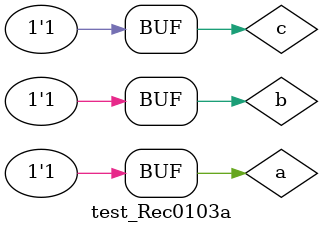
<source format=v>

module Rec0103a (output s, 
                 input  a, 
                 input  b,
                 input  c);
    assign s = (~a | b) & (b | ~c);
endmodule 

module test_Rec0103a; 
// ------------------------- definir dados 
    reg  a; 
    reg  b; 
    reg  c;
    wire s;  

    Rec0103a modulo06 (s, a, b, c); 

// ------------------------- parte principal 
    initial 
    begin : main 
        $display("Rec0103a - Cauã Costa Alves - 855926"); 
        $display("   a    b    c    s"); 
        
        $monitor("%4b %4b %4b %4b", a, b, c, s); 

        a = 1'b0;  b = 1'b0;  c = 1'b0;
        #1      a = 1'b0;  b = 1'b0;  c = 1'b1;
        #1      a = 1'b0;  b = 1'b1;  c = 1'b0;
        #1      a = 1'b0;  b = 1'b1;  c = 1'b1;
        #1      a = 1'b1;  b = 1'b0;  c = 1'b0;
        #1      a = 1'b1;  b = 1'b0;  c = 1'b1;
        #1      a = 1'b1;  b = 1'b1;  c = 1'b0;
        #1      a = 1'b1;  b = 1'b1;  c = 1'b1;
    end 

endmodule  

</source>
